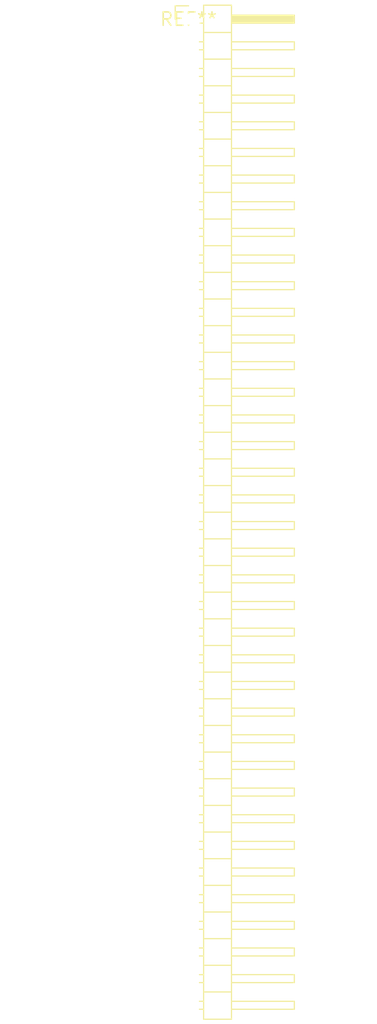
<source format=kicad_pcb>
(kicad_pcb (version 20240108) (generator pcbnew)
  (layers (0 "F.Cu" signal) (31 "B.Cu" signal) (34 "B.Paste" user) (35 "F.Paste" user) (36 "B.SilkS" user "B.Silkscreen") (37 "F.SilkS" user "F.Silkscreen") (38 "B.Mask" user) (39 "F.Mask" user) (44 "Edge.Cuts" user))
  (net 0 "")
  (footprint "PinHeader_1x38_P2.54mm_Horizontal" (layer "F.Cu") (at 0 0)
    (property "Reference" "REF**")
    (property "Value" "PinHeader_1x38_P2.54mm_Horizontal")
    (fp_line (start -1.27 -1.27) (end 0 -1.27) (layer "F.SilkS") (stroke (width 0.12)))
    (fp_line (start -1.27 0) (end -1.27 -1.27) (layer "F.SilkS") (stroke (width 0.12)))
    (fp_line (start 1.042929 2.16) (end 1.44 2.16) (layer "F.SilkS") (stroke (width 0.12)))
    (fp_line (start 1.042929 2.92) (end 1.44 2.92) (layer "F.SilkS") (stroke (width 0.12)))
    (fp_line (start 1.042929 4.7) (end 1.44 4.7) (layer "F.SilkS") (stroke (width 0.12)))
    (fp_line (start 1.042929 5.46) (end 1.44 5.46) (layer "F.SilkS") (stroke (width 0.12)))
    (fp_line (start 1.042929 7.24) (end 1.44 7.24) (layer "F.SilkS") (stroke (width 0.12)))
    (fp_line (start 1.042929 8) (end 1.44 8) (layer "F.SilkS") (stroke (width 0.12)))
    (fp_line (start 1.042929 9.78) (end 1.44 9.78) (layer "F.SilkS") (stroke (width 0.12)))
    (fp_line (start 1.042929 10.54) (end 1.44 10.54) (layer "F.SilkS") (stroke (width 0.12)))
    (fp_line (start 1.042929 12.32) (end 1.44 12.32) (layer "F.SilkS") (stroke (width 0.12)))
    (fp_line (start 1.042929 13.08) (end 1.44 13.08) (layer "F.SilkS") (stroke (width 0.12)))
    (fp_line (start 1.042929 14.86) (end 1.44 14.86) (layer "F.SilkS") (stroke (width 0.12)))
    (fp_line (start 1.042929 15.62) (end 1.44 15.62) (layer "F.SilkS") (stroke (width 0.12)))
    (fp_line (start 1.042929 17.4) (end 1.44 17.4) (layer "F.SilkS") (stroke (width 0.12)))
    (fp_line (start 1.042929 18.16) (end 1.44 18.16) (layer "F.SilkS") (stroke (width 0.12)))
    (fp_line (start 1.042929 19.94) (end 1.44 19.94) (layer "F.SilkS") (stroke (width 0.12)))
    (fp_line (start 1.042929 20.7) (end 1.44 20.7) (layer "F.SilkS") (stroke (width 0.12)))
    (fp_line (start 1.042929 22.48) (end 1.44 22.48) (layer "F.SilkS") (stroke (width 0.12)))
    (fp_line (start 1.042929 23.24) (end 1.44 23.24) (layer "F.SilkS") (stroke (width 0.12)))
    (fp_line (start 1.042929 25.02) (end 1.44 25.02) (layer "F.SilkS") (stroke (width 0.12)))
    (fp_line (start 1.042929 25.78) (end 1.44 25.78) (layer "F.SilkS") (stroke (width 0.12)))
    (fp_line (start 1.042929 27.56) (end 1.44 27.56) (layer "F.SilkS") (stroke (width 0.12)))
    (fp_line (start 1.042929 28.32) (end 1.44 28.32) (layer "F.SilkS") (stroke (width 0.12)))
    (fp_line (start 1.042929 30.1) (end 1.44 30.1) (layer "F.SilkS") (stroke (width 0.12)))
    (fp_line (start 1.042929 30.86) (end 1.44 30.86) (layer "F.SilkS") (stroke (width 0.12)))
    (fp_line (start 1.042929 32.64) (end 1.44 32.64) (layer "F.SilkS") (stroke (width 0.12)))
    (fp_line (start 1.042929 33.4) (end 1.44 33.4) (layer "F.SilkS") (stroke (width 0.12)))
    (fp_line (start 1.042929 35.18) (end 1.44 35.18) (layer "F.SilkS") (stroke (width 0.12)))
    (fp_line (start 1.042929 35.94) (end 1.44 35.94) (layer "F.SilkS") (stroke (width 0.12)))
    (fp_line (start 1.042929 37.72) (end 1.44 37.72) (layer "F.SilkS") (stroke (width 0.12)))
    (fp_line (start 1.042929 38.48) (end 1.44 38.48) (layer "F.SilkS") (stroke (width 0.12)))
    (fp_line (start 1.042929 40.26) (end 1.44 40.26) (layer "F.SilkS") (stroke (width 0.12)))
    (fp_line (start 1.042929 41.02) (end 1.44 41.02) (layer "F.SilkS") (stroke (width 0.12)))
    (fp_line (start 1.042929 42.8) (end 1.44 42.8) (layer "F.SilkS") (stroke (width 0.12)))
    (fp_line (start 1.042929 43.56) (end 1.44 43.56) (layer "F.SilkS") (stroke (width 0.12)))
    (fp_line (start 1.042929 45.34) (end 1.44 45.34) (layer "F.SilkS") (stroke (width 0.12)))
    (fp_line (start 1.042929 46.1) (end 1.44 46.1) (layer "F.SilkS") (stroke (width 0.12)))
    (fp_line (start 1.042929 47.88) (end 1.44 47.88) (layer "F.SilkS") (stroke (width 0.12)))
    (fp_line (start 1.042929 48.64) (end 1.44 48.64) (layer "F.SilkS") (stroke (width 0.12)))
    (fp_line (start 1.042929 50.42) (end 1.44 50.42) (layer "F.SilkS") (stroke (width 0.12)))
    (fp_line (start 1.042929 51.18) (end 1.44 51.18) (layer "F.SilkS") (stroke (width 0.12)))
    (fp_line (start 1.042929 52.96) (end 1.44 52.96) (layer "F.SilkS") (stroke (width 0.12)))
    (fp_line (start 1.042929 53.72) (end 1.44 53.72) (layer "F.SilkS") (stroke (width 0.12)))
    (fp_line (start 1.042929 55.5) (end 1.44 55.5) (layer "F.SilkS") (stroke (width 0.12)))
    (fp_line (start 1.042929 56.26) (end 1.44 56.26) (layer "F.SilkS") (stroke (width 0.12)))
    (fp_line (start 1.042929 58.04) (end 1.44 58.04) (layer "F.SilkS") (stroke (width 0.12)))
    (fp_line (start 1.042929 58.8) (end 1.44 58.8) (layer "F.SilkS") (stroke (width 0.12)))
    (fp_line (start 1.042929 60.58) (end 1.44 60.58) (layer "F.SilkS") (stroke (width 0.12)))
    (fp_line (start 1.042929 61.34) (end 1.44 61.34) (layer "F.SilkS") (stroke (width 0.12)))
    (fp_line (start 1.042929 63.12) (end 1.44 63.12) (layer "F.SilkS") (stroke (width 0.12)))
    (fp_line (start 1.042929 63.88) (end 1.44 63.88) (layer "F.SilkS") (stroke (width 0.12)))
    (fp_line (start 1.042929 65.66) (end 1.44 65.66) (layer "F.SilkS") (stroke (width 0.12)))
    (fp_line (start 1.042929 66.42) (end 1.44 66.42) (layer "F.SilkS") (stroke (width 0.12)))
    (fp_line (start 1.042929 68.2) (end 1.44 68.2) (layer "F.SilkS") (stroke (width 0.12)))
    (fp_line (start 1.042929 68.96) (end 1.44 68.96) (layer "F.SilkS") (stroke (width 0.12)))
    (fp_line (start 1.042929 70.74) (end 1.44 70.74) (layer "F.SilkS") (stroke (width 0.12)))
    (fp_line (start 1.042929 71.5) (end 1.44 71.5) (layer "F.SilkS") (stroke (width 0.12)))
    (fp_line (start 1.042929 73.28) (end 1.44 73.28) (layer "F.SilkS") (stroke (width 0.12)))
    (fp_line (start 1.042929 74.04) (end 1.44 74.04) (layer "F.SilkS") (stroke (width 0.12)))
    (fp_line (start 1.042929 75.82) (end 1.44 75.82) (layer "F.SilkS") (stroke (width 0.12)))
    (fp_line (start 1.042929 76.58) (end 1.44 76.58) (layer "F.SilkS") (stroke (width 0.12)))
    (fp_line (start 1.042929 78.36) (end 1.44 78.36) (layer "F.SilkS") (stroke (width 0.12)))
    (fp_line (start 1.042929 79.12) (end 1.44 79.12) (layer "F.SilkS") (stroke (width 0.12)))
    (fp_line (start 1.042929 80.9) (end 1.44 80.9) (layer "F.SilkS") (stroke (width 0.12)))
    (fp_line (start 1.042929 81.66) (end 1.44 81.66) (layer "F.SilkS") (stroke (width 0.12)))
    (fp_line (start 1.042929 83.44) (end 1.44 83.44) (layer "F.SilkS") (stroke (width 0.12)))
    (fp_line (start 1.042929 84.2) (end 1.44 84.2) (layer "F.SilkS") (stroke (width 0.12)))
    (fp_line (start 1.042929 85.98) (end 1.44 85.98) (layer "F.SilkS") (stroke (width 0.12)))
    (fp_line (start 1.042929 86.74) (end 1.44 86.74) (layer "F.SilkS") (stroke (width 0.12)))
    (fp_line (start 1.042929 88.52) (end 1.44 88.52) (layer "F.SilkS") (stroke (width 0.12)))
    (fp_line (start 1.042929 89.28) (end 1.44 89.28) (layer "F.SilkS") (stroke (width 0.12)))
    (fp_line (start 1.042929 91.06) (end 1.44 91.06) (layer "F.SilkS") (stroke (width 0.12)))
    (fp_line (start 1.042929 91.82) (end 1.44 91.82) (layer "F.SilkS") (stroke (width 0.12)))
    (fp_line (start 1.042929 93.6) (end 1.44 93.6) (layer "F.SilkS") (stroke (width 0.12)))
    (fp_line (start 1.042929 94.36) (end 1.44 94.36) (layer "F.SilkS") (stroke (width 0.12)))
    (fp_line (start 1.11 -0.38) (end 1.44 -0.38) (layer "F.SilkS") (stroke (width 0.12)))
    (fp_line (start 1.11 0.38) (end 1.44 0.38) (layer "F.SilkS") (stroke (width 0.12)))
    (fp_line (start 1.44 -1.33) (end 1.44 95.31) (layer "F.SilkS") (stroke (width 0.12)))
    (fp_line (start 1.44 1.27) (end 4.1 1.27) (layer "F.SilkS") (stroke (width 0.12)))
    (fp_line (start 1.44 3.81) (end 4.1 3.81) (layer "F.SilkS") (stroke (width 0.12)))
    (fp_line (start 1.44 6.35) (end 4.1 6.35) (layer "F.SilkS") (stroke (width 0.12)))
    (fp_line (start 1.44 8.89) (end 4.1 8.89) (layer "F.SilkS") (stroke (width 0.12)))
    (fp_line (start 1.44 11.43) (end 4.1 11.43) (layer "F.SilkS") (stroke (width 0.12)))
    (fp_line (start 1.44 13.97) (end 4.1 13.97) (layer "F.SilkS") (stroke (width 0.12)))
    (fp_line (start 1.44 16.51) (end 4.1 16.51) (layer "F.SilkS") (stroke (width 0.12)))
    (fp_line (start 1.44 19.05) (end 4.1 19.05) (layer "F.SilkS") (stroke (width 0.12)))
    (fp_line (start 1.44 21.59) (end 4.1 21.59) (layer "F.SilkS") (stroke (width 0.12)))
    (fp_line (start 1.44 24.13) (end 4.1 24.13) (layer "F.SilkS") (stroke (width 0.12)))
    (fp_line (start 1.44 26.67) (end 4.1 26.67) (layer "F.SilkS") (stroke (width 0.12)))
    (fp_line (start 1.44 29.21) (end 4.1 29.21) (layer "F.SilkS") (stroke (width 0.12)))
    (fp_line (start 1.44 31.75) (end 4.1 31.75) (layer "F.SilkS") (stroke (width 0.12)))
    (fp_line (start 1.44 34.29) (end 4.1 34.29) (layer "F.SilkS") (stroke (width 0.12)))
    (fp_line (start 1.44 36.83) (end 4.1 36.83) (layer "F.SilkS") (stroke (width 0.12)))
    (fp_line (start 1.44 39.37) (end 4.1 39.37) (layer "F.SilkS") (stroke (width 0.12)))
    (fp_line (start 1.44 41.91) (end 4.1 41.91) (layer "F.SilkS") (stroke (width 0.12)))
    (fp_line (start 1.44 44.45) (end 4.1 44.45) (layer "F.SilkS") (stroke (width 0.12)))
    (fp_line (start 1.44 46.99) (end 4.1 46.99) (layer "F.SilkS") (stroke (width 0.12)))
    (fp_line (start 1.44 49.53) (end 4.1 49.53) (layer "F.SilkS") (stroke (width 0.12)))
    (fp_line (start 1.44 52.07) (end 4.1 52.07) (layer "F.SilkS") (stroke (width 0.12)))
    (fp_line (start 1.44 54.61) (end 4.1 54.61) (layer "F.SilkS") (stroke (width 0.12)))
    (fp_line (start 1.44 57.15) (end 4.1 57.15) (layer "F.SilkS") (stroke (width 0.12)))
    (fp_line (start 1.44 59.69) (end 4.1 59.69) (layer "F.SilkS") (stroke (width 0.12)))
    (fp_line (start 1.44 62.23) (end 4.1 62.23) (layer "F.SilkS") (stroke (width 0.12)))
    (fp_line (start 1.44 64.77) (end 4.1 64.77) (layer "F.SilkS") (stroke (width 0.12)))
    (fp_line (start 1.44 67.31) (end 4.1 67.31) (layer "F.SilkS") (stroke (width 0.12)))
    (fp_line (start 1.44 69.85) (end 4.1 69.85) (layer "F.SilkS") (stroke (width 0.12)))
    (fp_line (start 1.44 72.39) (end 4.1 72.39) (layer "F.SilkS") (stroke (width 0.12)))
    (fp_line (start 1.44 74.93) (end 4.1 74.93) (layer "F.SilkS") (stroke (width 0.12)))
    (fp_line (start 1.44 77.47) (end 4.1 77.47) (layer "F.SilkS") (stroke (width 0.12)))
    (fp_line (start 1.44 80.01) (end 4.1 80.01) (layer "F.SilkS") (stroke (width 0.12)))
    (fp_line (start 1.44 82.55) (end 4.1 82.55) (layer "F.SilkS") (stroke (width 0.12)))
    (fp_line (start 1.44 85.09) (end 4.1 85.09) (layer "F.SilkS") (stroke (width 0.12)))
    (fp_line (start 1.44 87.63) (end 4.1 87.63) (layer "F.SilkS") (stroke (width 0.12)))
    (fp_line (start 1.44 90.17) (end 4.1 90.17) (layer "F.SilkS") (stroke (width 0.12)))
    (fp_line (start 1.44 92.71) (end 4.1 92.71) (layer "F.SilkS") (stroke (width 0.12)))
    (fp_line (start 1.44 95.31) (end 4.1 95.31) (layer "F.SilkS") (stroke (width 0.12)))
    (fp_line (start 4.1 -1.33) (end 1.44 -1.33) (layer "F.SilkS") (stroke (width 0.12)))
    (fp_line (start 4.1 -0.38) (end 10.1 -0.38) (layer "F.SilkS") (stroke (width 0.12)))
    (fp_line (start 4.1 -0.32) (end 10.1 -0.32) (layer "F.SilkS") (stroke (width 0.12)))
    (fp_line (start 4.1 -0.2) (end 10.1 -0.2) (layer "F.SilkS") (stroke (width 0.12)))
    (fp_line (start 4.1 -0.08) (end 10.1 -0.08) (layer "F.SilkS") (stroke (width 0.12)))
    (fp_line (start 4.1 0.04) (end 10.1 0.04) (layer "F.SilkS") (stroke (width 0.12)))
    (fp_line (start 4.1 0.16) (end 10.1 0.16) (layer "F.SilkS") (stroke (width 0.12)))
    (fp_line (start 4.1 0.28) (end 10.1 0.28) (layer "F.SilkS") (stroke (width 0.12)))
    (fp_line (start 4.1 2.16) (end 10.1 2.16) (layer "F.SilkS") (stroke (width 0.12)))
    (fp_line (start 4.1 4.7) (end 10.1 4.7) (layer "F.SilkS") (stroke (width 0.12)))
    (fp_line (start 4.1 7.24) (end 10.1 7.24) (layer "F.SilkS") (stroke (width 0.12)))
    (fp_line (start 4.1 9.78) (end 10.1 9.78) (layer "F.SilkS") (stroke (width 0.12)))
    (fp_line (start 4.1 12.32) (end 10.1 12.32) (layer "F.SilkS") (stroke (width 0.12)))
    (fp_line (start 4.1 14.86) (end 10.1 14.86) (layer "F.SilkS") (stroke (width 0.12)))
    (fp_line (start 4.1 17.4) (end 10.1 17.4) (layer "F.SilkS") (stroke (width 0.12)))
    (fp_line (start 4.1 19.94) (end 10.1 19.94) (layer "F.SilkS") (stroke (width 0.12)))
    (fp_line (start 4.1 22.48) (end 10.1 22.48) (layer "F.SilkS") (stroke (width 0.12)))
    (fp_line (start 4.1 25.02) (end 10.1 25.02) (layer "F.SilkS") (stroke (width 0.12)))
    (fp_line (start 4.1 27.56) (end 10.1 27.56) (layer "F.SilkS") (stroke (width 0.12)))
    (fp_line (start 4.1 30.1) (end 10.1 30.1) (layer "F.SilkS") (stroke (width 0.12)))
    (fp_line (start 4.1 32.64) (end 10.1 32.64) (layer "F.SilkS") (stroke (width 0.12)))
    (fp_line (start 4.1 35.18) (end 10.1 35.18) (layer "F.SilkS") (stroke (width 0.12)))
    (fp_line (start 4.1 37.72) (end 10.1 37.72) (layer "F.SilkS") (stroke (width 0.12)))
    (fp_line (start 4.1 40.26) (end 10.1 40.26) (layer "F.SilkS") (stroke (width 0.12)))
    (fp_line (start 4.1 42.8) (end 10.1 42.8) (layer "F.SilkS") (stroke (width 0.12)))
    (fp_line (start 4.1 45.34) (end 10.1 45.34) (layer "F.SilkS") (stroke (width 0.12)))
    (fp_line (start 4.1 47.88) (end 10.1 47.88) (layer "F.SilkS") (stroke (width 0.12)))
    (fp_line (start 4.1 50.42) (end 10.1 50.42) (layer "F.SilkS") (stroke (width 0.12)))
    (fp_line (start 4.1 52.96) (end 10.1 52.96) (layer "F.SilkS") (stroke (width 0.12)))
    (fp_line (start 4.1 55.5) (end 10.1 55.5) (layer "F.SilkS") (stroke (width 0.12)))
    (fp_line (start 4.1 58.04) (end 10.1 58.04) (layer "F.SilkS") (stroke (width 0.12)))
    (fp_line (start 4.1 60.58) (end 10.1 60.58) (layer "F.SilkS") (stroke (width 0.12)))
    (fp_line (start 4.1 63.12) (end 10.1 63.12) (layer "F.SilkS") (stroke (width 0.12)))
    (fp_line (start 4.1 65.66) (end 10.1 65.66) (layer "F.SilkS") (stroke (width 0.12)))
    (fp_line (start 4.1 68.2) (end 10.1 68.2) (layer "F.SilkS") (stroke (width 0.12)))
    (fp_line (start 4.1 70.74) (end 10.1 70.74) (layer "F.SilkS") (stroke (width 0.12)))
    (fp_line (start 4.1 73.28) (end 10.1 73.28) (layer "F.SilkS") (stroke (width 0.12)))
    (fp_line (start 4.1 75.82) (end 10.1 75.82) (layer "F.SilkS") (stroke (width 0.12)))
    (fp_line (start 4.1 78.36) (end 10.1 78.36) (layer "F.SilkS") (stroke (width 0.12)))
    (fp_line (start 4.1 80.9) (end 10.1 80.9) (layer "F.SilkS") (stroke (width 0.12)))
    (fp_line (start 4.1 83.44) (end 10.1 83.44) (layer "F.SilkS") (stroke (width 0.12)))
    (fp_line (start 4.1 85.98) (end 10.1 85.98) (layer "F.SilkS") (stroke (width 0.12)))
    (fp_line (start 4.1 88.52) (end 10.1 88.52) (layer "F.SilkS") (stroke (width 0.12)))
    (fp_line (start 4.1 91.06) (end 10.1 91.06) (layer "F.SilkS") (stroke (width 0.12)))
    (fp_line (start 4.1 93.6) (end 10.1 93.6) (layer "F.SilkS") (stroke (width 0.12)))
    (fp_line (start 4.1 95.31) (end 4.1 -1.33) (layer "F.SilkS") (stroke (width 0.12)))
    (fp_line (start 10.1 -0.38) (end 10.1 0.38) (layer "F.SilkS") (stroke (width 0.12)))
    (fp_line (start 10.1 0.38) (end 4.1 0.38) (layer "F.SilkS") (stroke (width 0.12)))
    (fp_line (start 10.1 2.16) (end 10.1 2.92) (layer "F.SilkS") (stroke (width 0.12)))
    (fp_line (start 10.1 2.92) (end 4.1 2.92) (layer "F.SilkS") (stroke (width 0.12)))
    (fp_line (start 10.1 4.7) (end 10.1 5.46) (layer "F.SilkS") (stroke (width 0.12)))
    (fp_line (start 10.1 5.46) (end 4.1 5.46) (layer "F.SilkS") (stroke (width 0.12)))
    (fp_line (start 10.1 7.24) (end 10.1 8) (layer "F.SilkS") (stroke (width 0.12)))
    (fp_line (start 10.1 8) (end 4.1 8) (layer "F.SilkS") (stroke (width 0.12)))
    (fp_line (start 10.1 9.78) (end 10.1 10.54) (layer "F.SilkS") (stroke (width 0.12)))
    (fp_line (start 10.1 10.54) (end 4.1 10.54) (layer "F.SilkS") (stroke (width 0.12)))
    (fp_line (start 10.1 12.32) (end 10.1 13.08) (layer "F.SilkS") (stroke (width 0.12)))
    (fp_line (start 10.1 13.08) (end 4.1 13.08) (layer "F.SilkS") (stroke (width 0.12)))
    (fp_line (start 10.1 14.86) (end 10.1 15.62) (layer "F.SilkS") (stroke (width 0.12)))
    (fp_line (start 10.1 15.62) (end 4.1 15.62) (layer "F.SilkS") (stroke (width 0.12)))
    (fp_line (start 10.1 17.4) (end 10.1 18.16) (layer "F.SilkS") (stroke (width 0.12)))
    (fp_line (start 10.1 18.16) (end 4.1 18.16) (layer "F.SilkS") (stroke (width 0.12)))
    (fp_line (start 10.1 19.94) (end 10.1 20.7) (layer "F.SilkS") (stroke (width 0.12)))
    (fp_line (start 10.1 20.7) (end 4.1 20.7) (layer "F.SilkS") (stroke (width 0.12)))
    (fp_line (start 10.1 22.48) (end 10.1 23.24) (layer "F.SilkS") (stroke (width 0.12)))
    (fp_line (start 10.1 23.24) (end 4.1 23.24) (layer "F.SilkS") (stroke (width 0.12)))
    (fp_line (start 10.1 25.02) (end 10.1 25.78) (layer "F.SilkS") (stroke (width 0.12)))
    (fp_line (start 10.1 25.78) (end 4.1 25.78) (layer "F.SilkS") (stroke (width 0.12)))
    (fp_line (start 10.1 27.56) (end 10.1 28.32) (layer "F.SilkS") (stroke (width 0.12)))
    (fp_line (start 10.1 28.32) (end 4.1 28.32) (layer "F.SilkS") (stroke (width 0.12)))
    (fp_line (start 10.1 30.1) (end 10.1 30.86) (layer "F.SilkS") (stroke (width 0.12)))
    (fp_line (start 10.1 30.86) (end 4.1 30.86) (layer "F.SilkS") (stroke (width 0.12)))
    (fp_line (start 10.1 32.64) (end 10.1 33.4) (layer "F.SilkS") (stroke (width 0.12)))
    (fp_line (start 10.1 33.4) (end 4.1 33.4) (layer "F.SilkS") (stroke (width 0.12)))
    (fp_line (start 10.1 35.18) (end 10.1 35.94) (layer "F.SilkS") (stroke (width 0.12)))
    (fp_line (start 10.1 35.94) (end 4.1 35.94) (layer "F.SilkS") (stroke (width 0.12)))
    (fp_line (start 10.1 37.72) (end 10.1 38.48) (layer "F.SilkS") (stroke (width 0.12)))
    (fp_line (start 10.1 38.48) (end 4.1 38.48) (layer "F.SilkS") (stroke (width 0.12)))
    (fp_line (start 10.1 40.26) (end 10.1 41.02) (layer "F.SilkS") (stroke (width 0.12)))
    (fp_line (start 10.1 41.02) (end 4.1 41.02) (layer "F.SilkS") (stroke (width 0.12)))
    (fp_line (start 10.1 42.8) (end 10.1 43.56) (layer "F.SilkS") (stroke (width 0.12)))
    (fp_line (start 10.1 43.56) (end 4.1 43.56) (layer "F.SilkS") (stroke (width 0.12)))
    (fp_line (start 10.1 45.34) (end 10.1 46.1) (layer "F.SilkS") (stroke (width 0.12)))
    (fp_line (start 10.1 46.1) (end 4.1 46.1) (layer "F.SilkS") (stroke (width 0.12)))
    (fp_line (start 10.1 47.88) (end 10.1 48.64) (layer "F.SilkS") (stroke (width 0.12)))
    (fp_line (start 10.1 48.64) (end 4.1 48.64) (layer "F.SilkS") (stroke (width 0.12)))
    (fp_line (start 10.1 50.42) (end 10.1 51.18) (layer "F.SilkS") (stroke (width 0.12)))
    (fp_line (start 10.1 51.18) (end 4.1 51.18) (layer "F.SilkS") (stroke (width 0.12)))
    (fp_line (start 10.1 52.96) (end 10.1 53.72) (layer "F.SilkS") (stroke (width 0.12)))
    (fp_line (start 10.1 53.72) (end 4.1 53.72) (layer "F.SilkS") (stroke (width 0.12)))
    (fp_line (start 10.1 55.5) (end 10.1 56.26) (layer "F.SilkS") (stroke (width 0.12)))
    (fp_line (start 10.1 56.26) (end 4.1 56.26) (layer "F.SilkS") (stroke (width 0.12)))
    (fp_line (start 10.1 58.04) (end 10.1 58.8) (layer "F.SilkS") (stroke (width 0.12)))
    (fp_line (start 10.1 58.8) (end 4.1 58.8) (layer "F.SilkS") (stroke (width 0.12)))
    (fp_line (start 10.1 60.58) (end 10.1 61.34) (layer "F.SilkS") (stroke (width 0.12)))
    (fp_line (start 10.1 61.34) (end 4.1 61.34) (layer "F.SilkS") (stroke (width 0.12)))
    (fp_line (start 10.1 63.12) (end 10.1 63.88) (layer "F.SilkS") (stroke (width 0.12)))
    (fp_line (start 10.1 63.88) (end 4.1 63.88) (layer "F.SilkS") (stroke (width 0.12)))
    (fp_line (start 10.1 65.66) (end 10.1 66.42) (layer "F.SilkS") (stroke (width 0.12)))
    (fp_line (start 10.1 66.42) (end 4.1 66.42) (layer "F.SilkS") (stroke (width 0.12)))
    (fp_line (start 10.1 68.2) (end 10.1 68.96) (layer "F.SilkS") (stroke (width 0.12)))
    (fp_line (start 10.1 68.96) (end 4.1 68.96) (layer "F.SilkS") (stroke (width 0.12)))
    (fp_line (start 10.1 70.74) (end 10.1 71.5) (layer "F.SilkS") (stroke (width 0.12)))
    (fp_line (start 10.1 71.5) (end 4.1 71.5) (layer "F.SilkS") (stroke (width 0.12)))
    (fp_line (start 10.1 73.28) (end 10.1 74.04) (layer "F.SilkS") (stroke (width 0.12)))
    (fp_line (start 10.1 74.04) (end 4.1 74.04) (layer "F.SilkS") (stroke (width 0.12)))
    (fp_line (start 10.1 75.82) (end 10.1 76.58) (layer "F.SilkS") (stroke (width 0.12)))
    (fp_line (start 10.1 76.58) (end 4.1 76.58) (layer "F.SilkS") (stroke (width 0.12)))
    (fp_line (start 10.1 78.36) (end 10.1 79.12) (layer "F.SilkS") (stroke (width 0.12)))
    (fp_line (start 10.1 79.12) (end 4.1 79.12) (layer "F.SilkS") (stroke (width 0.12)))
    (fp_line (start 10.1 80.9) (end 10.1 81.66) (layer "F.SilkS") (stroke (width 0.12)))
    (fp_line (start 10.1 81.66) (end 4.1 81.66) (layer "F.SilkS") (stroke (width 0.12)))
    (fp_line (start 10.1 83.44) (end 10.1 84.2) (layer "F.SilkS") (stroke (width 0.12)))
    (fp_line (start 10.1 84.2) (end 4.1 84.2) (layer "F.SilkS") (stroke (width 0.12)))
    (fp_line (start 10.1 85.98) (end 10.1 86.74) (layer "F.SilkS") (stroke (width 0.12)))
    (fp_line (start 10.1 86.74) (end 4.1 86.74) (layer "F.SilkS") (stroke (width 0.12)))
    (fp_line (start 10.1 88.52) (end 10.1 89.28) (layer "F.SilkS") (stroke (width 0.12)))
    (fp_line (start 10.1 89.28) (end 4.1 89.28) (layer "F.SilkS") (stroke (width 0.12)))
    (fp_line (start 10.1 91.06) (end 10.1 91.82) (layer "F.SilkS") (stroke (width 0.12)))
    (fp_line (start 10.1 91.82) (end 4.1 91.82) (layer "F.SilkS") (stroke (width 0.12)))
    (fp_line (start 10.1 93.6) (end 10.1 94.36) (layer "F.SilkS") (stroke (width 0.12)))
    (fp_line (start 10.1 94.36) (end 4.1 94.36) (layer "F.SilkS") (stroke (width 0.12)))
    (pad "1" thru_hole rect (at 0 0) (size 1.7 1.7) (drill 1) (layers *.Cu *.Mask) (remove_unused_layers))
    (pad "2" thru_hole oval (at 0 2.54) (size 1.7 1.7) (drill 1) (layers *.Cu *.Mask) (remove_unused_layers))
    (pad "3" thru_hole oval (at 0 5.08) (size 1.7 1.7) (drill 1) (layers *.Cu *.Mask) (remove_unused_layers))
    (pad "4" thru_hole oval (at 0 7.62) (size 1.7 1.7) (drill 1) (layers *.Cu *.Mask) (remove_unused_layers))
    (pad "5" thru_hole oval (at 0 10.16) (size 1.7 1.7) (drill 1) (layers *.Cu *.Mask) (remove_unused_layers))
    (pad "6" thru_hole oval (at 0 12.7) (size 1.7 1.7) (drill 1) (layers *.Cu *.Mask) (remove_unused_layers))
    (pad "7" thru_hole oval (at 0 15.24) (size 1.7 1.7) (drill 1) (layers *.Cu *.Mask) (remove_unused_layers))
    (pad "8" thru_hole oval (at 0 17.78) (size 1.7 1.7) (drill 1) (layers *.Cu *.Mask) (remove_unused_layers))
    (pad "9" thru_hole oval (at 0 20.32) (size 1.7 1.7) (drill 1) (layers *.Cu *.Mask) (remove_unused_layers))
    (pad "10" thru_hole oval (at 0 22.86) (size 1.7 1.7) (drill 1) (layers *.Cu *.Mask) (remove_unused_layers))
    (pad "11" thru_hole oval (at 0 25.4) (size 1.7 1.7) (drill 1) (layers *.Cu *.Mask) (remove_unused_layers))
    (pad "12" thru_hole oval (at 0 27.94) (size 1.7 1.7) (drill 1) (layers *.Cu *.Mask) (remove_unused_layers))
    (pad "13" thru_hole oval (at 0 30.48) (size 1.7 1.7) (drill 1) (layers *.Cu *.Mask) (remove_unused_layers))
    (pad "14" thru_hole oval (at 0 33.02) (size 1.7 1.7) (drill 1) (layers *.Cu *.Mask) (remove_unused_layers))
    (pad "15" thru_hole oval (at 0 35.56) (size 1.7 1.7) (drill 1) (layers *.Cu *.Mask) (remove_unused_layers))
    (pad "16" thru_hole oval (at 0 38.1) (size 1.7 1.7) (drill 1) (layers *.Cu *.Mask) (remove_unused_layers))
    (pad "17" thru_hole oval (at 0 40.64) (size 1.7 1.7) (drill 1) (layers *.Cu *.Mask) (remove_unused_layers))
    (pad "18" thru_hole oval (at 0 43.18) (size 1.7 1.7) (drill 1) (layers *.Cu *.Mask) (remove_unused_layers))
    (pad "19" thru_hole oval (at 0 45.72) (size 1.7 1.7) (drill 1) (layers *.Cu *.Mask) (remove_unused_layers))
    (pad "20" thru_hole oval (at 0 48.26) (size 1.7 1.7) (drill 1) (layers *.Cu *.Mask) (remove_unused_layers))
    (pad "21" thru_hole oval (at 0 50.8) (size 1.7 1.7) (drill 1) (layers *.Cu *.Mask) (remove_unused_layers))
    (pad "22" thru_hole oval (at 0 53.34) (size 1.7 1.7) (drill 1) (layers *.Cu *.Mask) (remove_unused_layers))
    (pad "23" thru_hole oval (at 0 55.88) (size 1.7 1.7) (drill 1) (layers *.Cu *.Mask) (remove_unused_layers))
    (pad "24" thru_hole oval (at 0 58.42) (size 1.7 1.7) (drill 1) (layers *.Cu *.Mask) (remove_unused_layers))
    (pad "25" thru_hole oval (at 0 60.96) (size 1.7 1.7) (drill 1) (layers *.Cu *.Mask) (remove_unused_layers))
    (pad "26" thru_hole oval (at 0 63.5) (size 1.7 1.7) (drill 1) (layers *.Cu *.Mask) (remove_unused_layers))
    (pad "27" thru_hole oval (at 0 66.04) (size 1.7 1.7) (drill 1) (layers *.Cu *.Mask) (remove_unused_layers))
    (pad "28" thru_hole oval (at 0 68.58) (size 1.7 1.7) (drill 1) (layers *.Cu *.Mask) (remove_unused_layers))
    (pad "29" thru_hole oval (at 0 71.12) (size 1.7 1.7) (drill 1) (layers *.Cu *.Mask) (remove_unused_layers))
    (pad "30" thru_hole oval (at 0 73.66) (size 1.7 1.7) (drill 1) (layers *.Cu *.Mask) (remove_unused_layers))
    (pad "31" thru_hole oval (at 0 76.2) (size 1.7 1.7) (drill 1) (layers *.Cu *.Mask) (remove_unused_layers))
    (pad "32" thru_hole oval (at 0 78.74) (size 1.7 1.7) (drill 1) (layers *.Cu *.Mask) (remove_unused_layers))
    (pad "33" thru_hole oval (at 0 81.28) (size 1.7 1.7) (drill 1) (layers *.Cu *.Mask) (remove_unused_layers))
    (pad "34" thru_hole oval (at 0 83.82) (size 1.7 1.7) (drill 1) (layers *.Cu *.Mask) (remove_unused_layers))
    (pad "35" thru_hole oval (at 0 86.36) (size 1.7 1.7) (drill 1) (layers *.Cu *.Mask) (remove_unused_layers))
    (pad "36" thru_hole oval (at 0 88.9) (size 1.7 1.7) (drill 1) (layers *.Cu *.Mask) (remove_unused_layers))
    (pad "37" thru_hole oval (at 0 91.44) (size 1.7 1.7) (drill 1) (layers *.Cu *.Mask) (remove_unused_layers))
    (pad "38" thru_hole oval (at 0 93.98) (size 1.7 1.7) (drill 1) (layers *.Cu *.Mask) (remove_unused_layers))
  )
)
</source>
